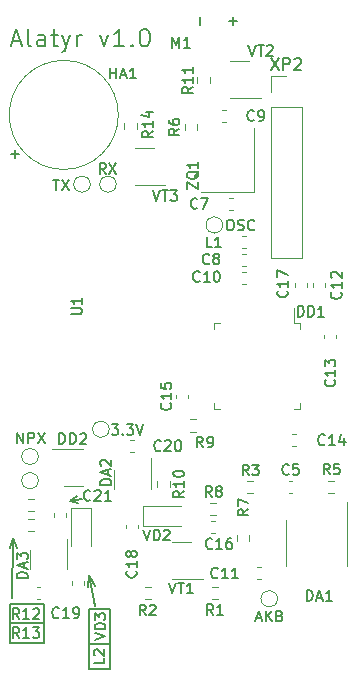
<source format=gto>
%TF.GenerationSoftware,KiCad,Pcbnew,7.0.7*%
%TF.CreationDate,2023-11-27T18:28:25+03:00*%
%TF.ProjectId,Alatyr,416c6174-7972-42e6-9b69-6361645f7063,rev?*%
%TF.SameCoordinates,PX6422c40PY6146580*%
%TF.FileFunction,Legend,Top*%
%TF.FilePolarity,Positive*%
%FSLAX46Y46*%
G04 Gerber Fmt 4.6, Leading zero omitted, Abs format (unit mm)*
G04 Created by KiCad (PCBNEW 7.0.7) date 2023-11-27 18:28:25*
%MOMM*%
%LPD*%
G01*
G04 APERTURE LIST*
%ADD10C,0.150000*%
%ADD11C,0.200000*%
%ADD12C,0.120000*%
G04 APERTURE END LIST*
D10*
X5700000Y9800000D02*
X5200000Y12400000D01*
X-1200000Y15600000D02*
X-900000Y14700000D01*
X-1200000Y15600000D02*
X-1500000Y14700000D01*
X5200000Y12400000D02*
X5700000Y11500000D01*
X5200000Y12400000D02*
X5100000Y11400000D01*
X3600000Y18700000D02*
X4600000Y18900000D01*
X-1200000Y15600000D02*
X-1300000Y10500000D01*
X3600000Y18700000D02*
X4300000Y18500000D01*
X5200000Y6600000D02*
X7000000Y6600000D01*
X-1500000Y8350000D02*
X1400000Y8350000D01*
X4200000Y19100000D02*
X3600000Y18700000D01*
X5200000Y9600000D02*
X7000000Y9600000D01*
X7000000Y4500000D01*
X5200000Y4500000D01*
X5200000Y9600000D01*
X-1500000Y10000000D02*
X1400000Y10000000D01*
X1400000Y6700000D01*
X-1500000Y6700000D01*
X-1500000Y10000000D01*
X19370112Y8775086D02*
X19798684Y8775086D01*
X19284398Y8517943D02*
X19584398Y9417943D01*
X19584398Y9417943D02*
X19884398Y8517943D01*
X20184398Y8517943D02*
X20184398Y9417943D01*
X20698684Y8517943D02*
X20312970Y9032229D01*
X20698684Y9417943D02*
X20184398Y8903658D01*
X21384398Y8989372D02*
X21512970Y8946515D01*
X21512970Y8946515D02*
X21555827Y8903658D01*
X21555827Y8903658D02*
X21598684Y8817943D01*
X21598684Y8817943D02*
X21598684Y8689372D01*
X21598684Y8689372D02*
X21555827Y8603658D01*
X21555827Y8603658D02*
X21512970Y8560800D01*
X21512970Y8560800D02*
X21427255Y8517943D01*
X21427255Y8517943D02*
X21084398Y8517943D01*
X21084398Y8517943D02*
X21084398Y9417943D01*
X21084398Y9417943D02*
X21384398Y9417943D01*
X21384398Y9417943D02*
X21470113Y9375086D01*
X21470113Y9375086D02*
X21512970Y9332229D01*
X21512970Y9332229D02*
X21555827Y9246515D01*
X21555827Y9246515D02*
X21555827Y9160800D01*
X21555827Y9160800D02*
X21512970Y9075086D01*
X21512970Y9075086D02*
X21470113Y9032229D01*
X21470113Y9032229D02*
X21384398Y8989372D01*
X21384398Y8989372D02*
X21084398Y8989372D01*
D11*
X-1282708Y57622543D02*
X-568422Y57622543D01*
X-1425565Y57193972D02*
X-925565Y58693972D01*
X-925565Y58693972D02*
X-425565Y57193972D01*
X288720Y57193972D02*
X145863Y57265400D01*
X145863Y57265400D02*
X74434Y57408258D01*
X74434Y57408258D02*
X74434Y58693972D01*
X1503006Y57193972D02*
X1503006Y57979686D01*
X1503006Y57979686D02*
X1431577Y58122543D01*
X1431577Y58122543D02*
X1288720Y58193972D01*
X1288720Y58193972D02*
X1003006Y58193972D01*
X1003006Y58193972D02*
X860148Y58122543D01*
X1503006Y57265400D02*
X1360148Y57193972D01*
X1360148Y57193972D02*
X1003006Y57193972D01*
X1003006Y57193972D02*
X860148Y57265400D01*
X860148Y57265400D02*
X788720Y57408258D01*
X788720Y57408258D02*
X788720Y57551115D01*
X788720Y57551115D02*
X860148Y57693972D01*
X860148Y57693972D02*
X1003006Y57765400D01*
X1003006Y57765400D02*
X1360148Y57765400D01*
X1360148Y57765400D02*
X1503006Y57836829D01*
X2003006Y58193972D02*
X2574434Y58193972D01*
X2217291Y58693972D02*
X2217291Y57408258D01*
X2217291Y57408258D02*
X2288720Y57265400D01*
X2288720Y57265400D02*
X2431577Y57193972D01*
X2431577Y57193972D02*
X2574434Y57193972D01*
X2931577Y58193972D02*
X3288720Y57193972D01*
X3645863Y58193972D02*
X3288720Y57193972D01*
X3288720Y57193972D02*
X3145863Y56836829D01*
X3145863Y56836829D02*
X3074434Y56765400D01*
X3074434Y56765400D02*
X2931577Y56693972D01*
X4217291Y57193972D02*
X4217291Y58193972D01*
X4217291Y57908258D02*
X4288720Y58051115D01*
X4288720Y58051115D02*
X4360149Y58122543D01*
X4360149Y58122543D02*
X4503006Y58193972D01*
X4503006Y58193972D02*
X4645863Y58193972D01*
X6145862Y58193972D02*
X6503005Y57193972D01*
X6503005Y57193972D02*
X6860148Y58193972D01*
X8217291Y57193972D02*
X7360148Y57193972D01*
X7788719Y57193972D02*
X7788719Y58693972D01*
X7788719Y58693972D02*
X7645862Y58479686D01*
X7645862Y58479686D02*
X7503005Y58336829D01*
X7503005Y58336829D02*
X7360148Y58265400D01*
X8860147Y57336829D02*
X8931576Y57265400D01*
X8931576Y57265400D02*
X8860147Y57193972D01*
X8860147Y57193972D02*
X8788719Y57265400D01*
X8788719Y57265400D02*
X8860147Y57336829D01*
X8860147Y57336829D02*
X8860147Y57193972D01*
X9860148Y58693972D02*
X10003005Y58693972D01*
X10003005Y58693972D02*
X10145862Y58622543D01*
X10145862Y58622543D02*
X10217291Y58551115D01*
X10217291Y58551115D02*
X10288719Y58408258D01*
X10288719Y58408258D02*
X10360148Y58122543D01*
X10360148Y58122543D02*
X10360148Y57765400D01*
X10360148Y57765400D02*
X10288719Y57479686D01*
X10288719Y57479686D02*
X10217291Y57336829D01*
X10217291Y57336829D02*
X10145862Y57265400D01*
X10145862Y57265400D02*
X10003005Y57193972D01*
X10003005Y57193972D02*
X9860148Y57193972D01*
X9860148Y57193972D02*
X9717291Y57265400D01*
X9717291Y57265400D02*
X9645862Y57336829D01*
X9645862Y57336829D02*
X9574433Y57479686D01*
X9574433Y57479686D02*
X9503005Y57765400D01*
X9503005Y57765400D02*
X9503005Y58122543D01*
X9503005Y58122543D02*
X9574433Y58408258D01*
X9574433Y58408258D02*
X9645862Y58551115D01*
X9645862Y58551115D02*
X9717291Y58622543D01*
X9717291Y58622543D02*
X9860148Y58693972D01*
D10*
X6627255Y46417943D02*
X6327255Y46846515D01*
X6112969Y46417943D02*
X6112969Y47317943D01*
X6112969Y47317943D02*
X6455826Y47317943D01*
X6455826Y47317943D02*
X6541541Y47275086D01*
X6541541Y47275086D02*
X6584398Y47232229D01*
X6584398Y47232229D02*
X6627255Y47146515D01*
X6627255Y47146515D02*
X6627255Y47017943D01*
X6627255Y47017943D02*
X6584398Y46932229D01*
X6584398Y46932229D02*
X6541541Y46889372D01*
X6541541Y46889372D02*
X6455826Y46846515D01*
X6455826Y46846515D02*
X6112969Y46846515D01*
X6927255Y47317943D02*
X7527255Y46417943D01*
X7527255Y47317943D02*
X6927255Y46417943D01*
X2184398Y45917943D02*
X2698684Y45917943D01*
X2441541Y45017943D02*
X2441541Y45917943D01*
X2912969Y45917943D02*
X3512969Y45017943D01*
X3512969Y45917943D02*
X2912969Y45017943D01*
X-862031Y23592943D02*
X-862031Y24492943D01*
X-862031Y24492943D02*
X-347745Y23592943D01*
X-347745Y23592943D02*
X-347745Y24492943D01*
X80826Y23592943D02*
X80826Y24492943D01*
X80826Y24492943D02*
X423683Y24492943D01*
X423683Y24492943D02*
X509398Y24450086D01*
X509398Y24450086D02*
X552255Y24407229D01*
X552255Y24407229D02*
X595112Y24321515D01*
X595112Y24321515D02*
X595112Y24192943D01*
X595112Y24192943D02*
X552255Y24107229D01*
X552255Y24107229D02*
X509398Y24064372D01*
X509398Y24064372D02*
X423683Y24021515D01*
X423683Y24021515D02*
X80826Y24021515D01*
X895112Y24492943D02*
X1495112Y23592943D01*
X1495112Y24492943D02*
X895112Y23592943D01*
X7127255Y25217943D02*
X7684398Y25217943D01*
X7684398Y25217943D02*
X7384398Y24875086D01*
X7384398Y24875086D02*
X7512969Y24875086D01*
X7512969Y24875086D02*
X7598684Y24832229D01*
X7598684Y24832229D02*
X7641541Y24789372D01*
X7641541Y24789372D02*
X7684398Y24703658D01*
X7684398Y24703658D02*
X7684398Y24489372D01*
X7684398Y24489372D02*
X7641541Y24403658D01*
X7641541Y24403658D02*
X7598684Y24360800D01*
X7598684Y24360800D02*
X7512969Y24317943D01*
X7512969Y24317943D02*
X7255826Y24317943D01*
X7255826Y24317943D02*
X7170112Y24360800D01*
X7170112Y24360800D02*
X7127255Y24403658D01*
X8070112Y24403658D02*
X8112969Y24360800D01*
X8112969Y24360800D02*
X8070112Y24317943D01*
X8070112Y24317943D02*
X8027255Y24360800D01*
X8027255Y24360800D02*
X8070112Y24403658D01*
X8070112Y24403658D02*
X8070112Y24317943D01*
X8412969Y25217943D02*
X8970112Y25217943D01*
X8970112Y25217943D02*
X8670112Y24875086D01*
X8670112Y24875086D02*
X8798683Y24875086D01*
X8798683Y24875086D02*
X8884398Y24832229D01*
X8884398Y24832229D02*
X8927255Y24789372D01*
X8927255Y24789372D02*
X8970112Y24703658D01*
X8970112Y24703658D02*
X8970112Y24489372D01*
X8970112Y24489372D02*
X8927255Y24403658D01*
X8927255Y24403658D02*
X8884398Y24360800D01*
X8884398Y24360800D02*
X8798683Y24317943D01*
X8798683Y24317943D02*
X8541540Y24317943D01*
X8541540Y24317943D02*
X8455826Y24360800D01*
X8455826Y24360800D02*
X8412969Y24403658D01*
X9227255Y25217943D02*
X9527255Y24317943D01*
X9527255Y24317943D02*
X9827255Y25217943D01*
X17084398Y42517943D02*
X17255826Y42517943D01*
X17255826Y42517943D02*
X17341541Y42475086D01*
X17341541Y42475086D02*
X17427255Y42389372D01*
X17427255Y42389372D02*
X17470112Y42217943D01*
X17470112Y42217943D02*
X17470112Y41917943D01*
X17470112Y41917943D02*
X17427255Y41746515D01*
X17427255Y41746515D02*
X17341541Y41660800D01*
X17341541Y41660800D02*
X17255826Y41617943D01*
X17255826Y41617943D02*
X17084398Y41617943D01*
X17084398Y41617943D02*
X16998684Y41660800D01*
X16998684Y41660800D02*
X16912969Y41746515D01*
X16912969Y41746515D02*
X16870112Y41917943D01*
X16870112Y41917943D02*
X16870112Y42217943D01*
X16870112Y42217943D02*
X16912969Y42389372D01*
X16912969Y42389372D02*
X16998684Y42475086D01*
X16998684Y42475086D02*
X17084398Y42517943D01*
X17812969Y41660800D02*
X17941541Y41617943D01*
X17941541Y41617943D02*
X18155826Y41617943D01*
X18155826Y41617943D02*
X18241541Y41660800D01*
X18241541Y41660800D02*
X18284398Y41703658D01*
X18284398Y41703658D02*
X18327255Y41789372D01*
X18327255Y41789372D02*
X18327255Y41875086D01*
X18327255Y41875086D02*
X18284398Y41960800D01*
X18284398Y41960800D02*
X18241541Y42003658D01*
X18241541Y42003658D02*
X18155826Y42046515D01*
X18155826Y42046515D02*
X17984398Y42089372D01*
X17984398Y42089372D02*
X17898683Y42132229D01*
X17898683Y42132229D02*
X17855826Y42175086D01*
X17855826Y42175086D02*
X17812969Y42260800D01*
X17812969Y42260800D02*
X17812969Y42346515D01*
X17812969Y42346515D02*
X17855826Y42432229D01*
X17855826Y42432229D02*
X17898683Y42475086D01*
X17898683Y42475086D02*
X17984398Y42517943D01*
X17984398Y42517943D02*
X18198683Y42517943D01*
X18198683Y42517943D02*
X18327255Y42475086D01*
X19227255Y41703658D02*
X19184398Y41660800D01*
X19184398Y41660800D02*
X19055826Y41617943D01*
X19055826Y41617943D02*
X18970112Y41617943D01*
X18970112Y41617943D02*
X18841541Y41660800D01*
X18841541Y41660800D02*
X18755826Y41746515D01*
X18755826Y41746515D02*
X18712969Y41832229D01*
X18712969Y41832229D02*
X18670112Y42003658D01*
X18670112Y42003658D02*
X18670112Y42132229D01*
X18670112Y42132229D02*
X18712969Y42303658D01*
X18712969Y42303658D02*
X18755826Y42389372D01*
X18755826Y42389372D02*
X18841541Y42475086D01*
X18841541Y42475086D02*
X18970112Y42517943D01*
X18970112Y42517943D02*
X19055826Y42517943D01*
X19055826Y42517943D02*
X19184398Y42475086D01*
X19184398Y42475086D02*
X19227255Y42432229D01*
X6503557Y5400001D02*
X6503557Y4971429D01*
X6503557Y4971429D02*
X5603557Y4971429D01*
X5689271Y5657143D02*
X5646414Y5700000D01*
X5646414Y5700000D02*
X5603557Y5785714D01*
X5603557Y5785714D02*
X5603557Y6000000D01*
X5603557Y6000000D02*
X5646414Y6085714D01*
X5646414Y6085714D02*
X5689271Y6128572D01*
X5689271Y6128572D02*
X5774985Y6171429D01*
X5774985Y6171429D02*
X5860700Y6171429D01*
X5860700Y6171429D02*
X5989271Y6128572D01*
X5989271Y6128572D02*
X6503557Y5614286D01*
X6503557Y5614286D02*
X6503557Y6171429D01*
X21950342Y36496429D02*
X21993200Y36453572D01*
X21993200Y36453572D02*
X22036057Y36325000D01*
X22036057Y36325000D02*
X22036057Y36239286D01*
X22036057Y36239286D02*
X21993200Y36110715D01*
X21993200Y36110715D02*
X21907485Y36025000D01*
X21907485Y36025000D02*
X21821771Y35982143D01*
X21821771Y35982143D02*
X21650342Y35939286D01*
X21650342Y35939286D02*
X21521771Y35939286D01*
X21521771Y35939286D02*
X21350342Y35982143D01*
X21350342Y35982143D02*
X21264628Y36025000D01*
X21264628Y36025000D02*
X21178914Y36110715D01*
X21178914Y36110715D02*
X21136057Y36239286D01*
X21136057Y36239286D02*
X21136057Y36325000D01*
X21136057Y36325000D02*
X21178914Y36453572D01*
X21178914Y36453572D02*
X21221771Y36496429D01*
X22036057Y37353572D02*
X22036057Y36839286D01*
X22036057Y37096429D02*
X21136057Y37096429D01*
X21136057Y37096429D02*
X21264628Y37010715D01*
X21264628Y37010715D02*
X21350342Y36925000D01*
X21350342Y36925000D02*
X21393200Y36839286D01*
X21136057Y37653572D02*
X21136057Y38253572D01*
X21136057Y38253572D02*
X22036057Y37867858D01*
X15606432Y19047875D02*
X15306432Y19476447D01*
X15092146Y19047875D02*
X15092146Y19947875D01*
X15092146Y19947875D02*
X15435003Y19947875D01*
X15435003Y19947875D02*
X15520718Y19905018D01*
X15520718Y19905018D02*
X15563575Y19862161D01*
X15563575Y19862161D02*
X15606432Y19776447D01*
X15606432Y19776447D02*
X15606432Y19647875D01*
X15606432Y19647875D02*
X15563575Y19562161D01*
X15563575Y19562161D02*
X15520718Y19519304D01*
X15520718Y19519304D02*
X15435003Y19476447D01*
X15435003Y19476447D02*
X15092146Y19476447D01*
X16120718Y19562161D02*
X16035003Y19605018D01*
X16035003Y19605018D02*
X15992146Y19647875D01*
X15992146Y19647875D02*
X15949289Y19733590D01*
X15949289Y19733590D02*
X15949289Y19776447D01*
X15949289Y19776447D02*
X15992146Y19862161D01*
X15992146Y19862161D02*
X16035003Y19905018D01*
X16035003Y19905018D02*
X16120718Y19947875D01*
X16120718Y19947875D02*
X16292146Y19947875D01*
X16292146Y19947875D02*
X16377861Y19905018D01*
X16377861Y19905018D02*
X16420718Y19862161D01*
X16420718Y19862161D02*
X16463575Y19776447D01*
X16463575Y19776447D02*
X16463575Y19733590D01*
X16463575Y19733590D02*
X16420718Y19647875D01*
X16420718Y19647875D02*
X16377861Y19605018D01*
X16377861Y19605018D02*
X16292146Y19562161D01*
X16292146Y19562161D02*
X16120718Y19562161D01*
X16120718Y19562161D02*
X16035003Y19519304D01*
X16035003Y19519304D02*
X15992146Y19476447D01*
X15992146Y19476447D02*
X15949289Y19390732D01*
X15949289Y19390732D02*
X15949289Y19219304D01*
X15949289Y19219304D02*
X15992146Y19133590D01*
X15992146Y19133590D02*
X16035003Y19090732D01*
X16035003Y19090732D02*
X16120718Y19047875D01*
X16120718Y19047875D02*
X16292146Y19047875D01*
X16292146Y19047875D02*
X16377861Y19090732D01*
X16377861Y19090732D02*
X16420718Y19133590D01*
X16420718Y19133590D02*
X16463575Y19219304D01*
X16463575Y19219304D02*
X16463575Y19390732D01*
X16463575Y19390732D02*
X16420718Y19476447D01*
X16420718Y19476447D02*
X16377861Y19519304D01*
X16377861Y19519304D02*
X16292146Y19562161D01*
X15605000Y40186443D02*
X15176428Y40186443D01*
X15176428Y40186443D02*
X15176428Y41086443D01*
X16376428Y40186443D02*
X15862142Y40186443D01*
X16119285Y40186443D02*
X16119285Y41086443D01*
X16119285Y41086443D02*
X16033571Y40957872D01*
X16033571Y40957872D02*
X15947856Y40872158D01*
X15947856Y40872158D02*
X15862142Y40829300D01*
X11296428Y23022158D02*
X11253571Y22979300D01*
X11253571Y22979300D02*
X11124999Y22936443D01*
X11124999Y22936443D02*
X11039285Y22936443D01*
X11039285Y22936443D02*
X10910714Y22979300D01*
X10910714Y22979300D02*
X10824999Y23065015D01*
X10824999Y23065015D02*
X10782142Y23150729D01*
X10782142Y23150729D02*
X10739285Y23322158D01*
X10739285Y23322158D02*
X10739285Y23450729D01*
X10739285Y23450729D02*
X10782142Y23622158D01*
X10782142Y23622158D02*
X10824999Y23707872D01*
X10824999Y23707872D02*
X10910714Y23793586D01*
X10910714Y23793586D02*
X11039285Y23836443D01*
X11039285Y23836443D02*
X11124999Y23836443D01*
X11124999Y23836443D02*
X11253571Y23793586D01*
X11253571Y23793586D02*
X11296428Y23750729D01*
X11639285Y23750729D02*
X11682142Y23793586D01*
X11682142Y23793586D02*
X11767857Y23836443D01*
X11767857Y23836443D02*
X11982142Y23836443D01*
X11982142Y23836443D02*
X12067857Y23793586D01*
X12067857Y23793586D02*
X12110714Y23750729D01*
X12110714Y23750729D02*
X12153571Y23665015D01*
X12153571Y23665015D02*
X12153571Y23579300D01*
X12153571Y23579300D02*
X12110714Y23450729D01*
X12110714Y23450729D02*
X11596428Y22936443D01*
X11596428Y22936443D02*
X12153571Y22936443D01*
X12710714Y23836443D02*
X12796428Y23836443D01*
X12796428Y23836443D02*
X12882142Y23793586D01*
X12882142Y23793586D02*
X12925000Y23750729D01*
X12925000Y23750729D02*
X12967857Y23665015D01*
X12967857Y23665015D02*
X13010714Y23493586D01*
X13010714Y23493586D02*
X13010714Y23279300D01*
X13010714Y23279300D02*
X12967857Y23107872D01*
X12967857Y23107872D02*
X12925000Y23022158D01*
X12925000Y23022158D02*
X12882142Y22979300D01*
X12882142Y22979300D02*
X12796428Y22936443D01*
X12796428Y22936443D02*
X12710714Y22936443D01*
X12710714Y22936443D02*
X12625000Y22979300D01*
X12625000Y22979300D02*
X12582142Y23022158D01*
X12582142Y23022158D02*
X12539285Y23107872D01*
X12539285Y23107872D02*
X12496428Y23279300D01*
X12496428Y23279300D02*
X12496428Y23493586D01*
X12496428Y23493586D02*
X12539285Y23665015D01*
X12539285Y23665015D02*
X12582142Y23750729D01*
X12582142Y23750729D02*
X12625000Y23793586D01*
X12625000Y23793586D02*
X12710714Y23836443D01*
X13557Y12175000D02*
X-886443Y12175000D01*
X-886443Y12175000D02*
X-886443Y12389286D01*
X-886443Y12389286D02*
X-843586Y12517857D01*
X-843586Y12517857D02*
X-757872Y12603572D01*
X-757872Y12603572D02*
X-672158Y12646429D01*
X-672158Y12646429D02*
X-500729Y12689286D01*
X-500729Y12689286D02*
X-372158Y12689286D01*
X-372158Y12689286D02*
X-200729Y12646429D01*
X-200729Y12646429D02*
X-115015Y12603572D01*
X-115015Y12603572D02*
X-29300Y12517857D01*
X-29300Y12517857D02*
X13557Y12389286D01*
X13557Y12389286D02*
X13557Y12175000D01*
X-243586Y13032143D02*
X-243586Y13460714D01*
X13557Y12946429D02*
X-886443Y13246429D01*
X-886443Y13246429D02*
X13557Y13546429D01*
X-886443Y13760715D02*
X-886443Y14317858D01*
X-886443Y14317858D02*
X-543586Y14017858D01*
X-543586Y14017858D02*
X-543586Y14146429D01*
X-543586Y14146429D02*
X-500729Y14232143D01*
X-500729Y14232143D02*
X-457872Y14275001D01*
X-457872Y14275001D02*
X-372158Y14317858D01*
X-372158Y14317858D02*
X-157872Y14317858D01*
X-157872Y14317858D02*
X-72158Y14275001D01*
X-72158Y14275001D02*
X-29300Y14232143D01*
X-29300Y14232143D02*
X13557Y14146429D01*
X13557Y14146429D02*
X13557Y13889286D01*
X13557Y13889286D02*
X-29300Y13803572D01*
X-29300Y13803572D02*
X-72158Y13760715D01*
X7009294Y54486443D02*
X7009294Y55386443D01*
X7009294Y54957872D02*
X7523580Y54957872D01*
X7523580Y54486443D02*
X7523580Y55386443D01*
X7909294Y54743586D02*
X8337866Y54743586D01*
X7823580Y54486443D02*
X8123580Y55386443D01*
X8123580Y55386443D02*
X8423580Y54486443D01*
X9195009Y54486443D02*
X8680723Y54486443D01*
X8937866Y54486443D02*
X8937866Y55386443D01*
X8937866Y55386443D02*
X8852152Y55257872D01*
X8852152Y55257872D02*
X8766437Y55172158D01*
X8766437Y55172158D02*
X8680723Y55129300D01*
X-1033577Y47752143D02*
X-1033577Y48437857D01*
X-690720Y48095000D02*
X-1376435Y48095000D01*
X-693572Y8708943D02*
X-993572Y9137515D01*
X-1207858Y8708943D02*
X-1207858Y9608943D01*
X-1207858Y9608943D02*
X-865001Y9608943D01*
X-865001Y9608943D02*
X-779286Y9566086D01*
X-779286Y9566086D02*
X-736429Y9523229D01*
X-736429Y9523229D02*
X-693572Y9437515D01*
X-693572Y9437515D02*
X-693572Y9308943D01*
X-693572Y9308943D02*
X-736429Y9223229D01*
X-736429Y9223229D02*
X-779286Y9180372D01*
X-779286Y9180372D02*
X-865001Y9137515D01*
X-865001Y9137515D02*
X-1207858Y9137515D01*
X163571Y8708943D02*
X-350715Y8708943D01*
X-93572Y8708943D02*
X-93572Y9608943D01*
X-93572Y9608943D02*
X-179286Y9480372D01*
X-179286Y9480372D02*
X-265001Y9394658D01*
X-265001Y9394658D02*
X-350715Y9351800D01*
X506428Y9523229D02*
X549285Y9566086D01*
X549285Y9566086D02*
X635000Y9608943D01*
X635000Y9608943D02*
X849285Y9608943D01*
X849285Y9608943D02*
X935000Y9566086D01*
X935000Y9566086D02*
X977857Y9523229D01*
X977857Y9523229D02*
X1020714Y9437515D01*
X1020714Y9437515D02*
X1020714Y9351800D01*
X1020714Y9351800D02*
X977857Y9223229D01*
X977857Y9223229D02*
X463571Y8708943D01*
X463571Y8708943D02*
X1020714Y8708943D01*
X11981423Y11783943D02*
X12281423Y10883943D01*
X12281423Y10883943D02*
X12581423Y11783943D01*
X12752852Y11783943D02*
X13267138Y11783943D01*
X13009995Y10883943D02*
X13009995Y11783943D01*
X14038566Y10883943D02*
X13524280Y10883943D01*
X13781423Y10883943D02*
X13781423Y11783943D01*
X13781423Y11783943D02*
X13695709Y11655372D01*
X13695709Y11655372D02*
X13609994Y11569658D01*
X13609994Y11569658D02*
X13524280Y11526800D01*
X12246428Y57091543D02*
X12246428Y57991543D01*
X12246428Y57991543D02*
X12546428Y57348686D01*
X12546428Y57348686D02*
X12846428Y57991543D01*
X12846428Y57991543D02*
X12846428Y57091543D01*
X13746428Y57091543D02*
X13232142Y57091543D01*
X13489285Y57091543D02*
X13489285Y57991543D01*
X13489285Y57991543D02*
X13403571Y57862972D01*
X13403571Y57862972D02*
X13317856Y57777258D01*
X13317856Y57777258D02*
X13232142Y57734400D01*
X17385800Y59687131D02*
X17385800Y59001416D01*
X17042942Y59344274D02*
X17728657Y59344274D01*
X14635800Y59687131D02*
X14635800Y59001416D01*
X15405000Y38832158D02*
X15362143Y38789300D01*
X15362143Y38789300D02*
X15233571Y38746443D01*
X15233571Y38746443D02*
X15147857Y38746443D01*
X15147857Y38746443D02*
X15019286Y38789300D01*
X15019286Y38789300D02*
X14933571Y38875015D01*
X14933571Y38875015D02*
X14890714Y38960729D01*
X14890714Y38960729D02*
X14847857Y39132158D01*
X14847857Y39132158D02*
X14847857Y39260729D01*
X14847857Y39260729D02*
X14890714Y39432158D01*
X14890714Y39432158D02*
X14933571Y39517872D01*
X14933571Y39517872D02*
X15019286Y39603586D01*
X15019286Y39603586D02*
X15147857Y39646443D01*
X15147857Y39646443D02*
X15233571Y39646443D01*
X15233571Y39646443D02*
X15362143Y39603586D01*
X15362143Y39603586D02*
X15405000Y39560729D01*
X15919286Y39260729D02*
X15833571Y39303586D01*
X15833571Y39303586D02*
X15790714Y39346443D01*
X15790714Y39346443D02*
X15747857Y39432158D01*
X15747857Y39432158D02*
X15747857Y39475015D01*
X15747857Y39475015D02*
X15790714Y39560729D01*
X15790714Y39560729D02*
X15833571Y39603586D01*
X15833571Y39603586D02*
X15919286Y39646443D01*
X15919286Y39646443D02*
X16090714Y39646443D01*
X16090714Y39646443D02*
X16176429Y39603586D01*
X16176429Y39603586D02*
X16219286Y39560729D01*
X16219286Y39560729D02*
X16262143Y39475015D01*
X16262143Y39475015D02*
X16262143Y39432158D01*
X16262143Y39432158D02*
X16219286Y39346443D01*
X16219286Y39346443D02*
X16176429Y39303586D01*
X16176429Y39303586D02*
X16090714Y39260729D01*
X16090714Y39260729D02*
X15919286Y39260729D01*
X15919286Y39260729D02*
X15833571Y39217872D01*
X15833571Y39217872D02*
X15790714Y39175015D01*
X15790714Y39175015D02*
X15747857Y39089300D01*
X15747857Y39089300D02*
X15747857Y38917872D01*
X15747857Y38917872D02*
X15790714Y38832158D01*
X15790714Y38832158D02*
X15833571Y38789300D01*
X15833571Y38789300D02*
X15919286Y38746443D01*
X15919286Y38746443D02*
X16090714Y38746443D01*
X16090714Y38746443D02*
X16176429Y38789300D01*
X16176429Y38789300D02*
X16219286Y38832158D01*
X16219286Y38832158D02*
X16262143Y38917872D01*
X16262143Y38917872D02*
X16262143Y39089300D01*
X16262143Y39089300D02*
X16219286Y39175015D01*
X16219286Y39175015D02*
X16176429Y39217872D01*
X16176429Y39217872D02*
X16090714Y39260729D01*
X10025000Y9026443D02*
X9725000Y9455015D01*
X9510714Y9026443D02*
X9510714Y9926443D01*
X9510714Y9926443D02*
X9853571Y9926443D01*
X9853571Y9926443D02*
X9939286Y9883586D01*
X9939286Y9883586D02*
X9982143Y9840729D01*
X9982143Y9840729D02*
X10025000Y9755015D01*
X10025000Y9755015D02*
X10025000Y9626443D01*
X10025000Y9626443D02*
X9982143Y9540729D01*
X9982143Y9540729D02*
X9939286Y9497872D01*
X9939286Y9497872D02*
X9853571Y9455015D01*
X9853571Y9455015D02*
X9510714Y9455015D01*
X10367857Y9840729D02*
X10410714Y9883586D01*
X10410714Y9883586D02*
X10496429Y9926443D01*
X10496429Y9926443D02*
X10710714Y9926443D01*
X10710714Y9926443D02*
X10796429Y9883586D01*
X10796429Y9883586D02*
X10839286Y9840729D01*
X10839286Y9840729D02*
X10882143Y9755015D01*
X10882143Y9755015D02*
X10882143Y9669300D01*
X10882143Y9669300D02*
X10839286Y9540729D01*
X10839286Y9540729D02*
X10325000Y9026443D01*
X10325000Y9026443D02*
X10882143Y9026443D01*
X2710984Y23541443D02*
X2710984Y24441443D01*
X2710984Y24441443D02*
X2925270Y24441443D01*
X2925270Y24441443D02*
X3053841Y24398586D01*
X3053841Y24398586D02*
X3139556Y24312872D01*
X3139556Y24312872D02*
X3182413Y24227158D01*
X3182413Y24227158D02*
X3225270Y24055729D01*
X3225270Y24055729D02*
X3225270Y23927158D01*
X3225270Y23927158D02*
X3182413Y23755729D01*
X3182413Y23755729D02*
X3139556Y23670015D01*
X3139556Y23670015D02*
X3053841Y23584300D01*
X3053841Y23584300D02*
X2925270Y23541443D01*
X2925270Y23541443D02*
X2710984Y23541443D01*
X3610984Y23541443D02*
X3610984Y24441443D01*
X3610984Y24441443D02*
X3825270Y24441443D01*
X3825270Y24441443D02*
X3953841Y24398586D01*
X3953841Y24398586D02*
X4039556Y24312872D01*
X4039556Y24312872D02*
X4082413Y24227158D01*
X4082413Y24227158D02*
X4125270Y24055729D01*
X4125270Y24055729D02*
X4125270Y23927158D01*
X4125270Y23927158D02*
X4082413Y23755729D01*
X4082413Y23755729D02*
X4039556Y23670015D01*
X4039556Y23670015D02*
X3953841Y23584300D01*
X3953841Y23584300D02*
X3825270Y23541443D01*
X3825270Y23541443D02*
X3610984Y23541443D01*
X4468127Y24355729D02*
X4510984Y24398586D01*
X4510984Y24398586D02*
X4596699Y24441443D01*
X4596699Y24441443D02*
X4810984Y24441443D01*
X4810984Y24441443D02*
X4896699Y24398586D01*
X4896699Y24398586D02*
X4939556Y24355729D01*
X4939556Y24355729D02*
X4982413Y24270015D01*
X4982413Y24270015D02*
X4982413Y24184300D01*
X4982413Y24184300D02*
X4939556Y24055729D01*
X4939556Y24055729D02*
X4425270Y23541443D01*
X4425270Y23541443D02*
X4982413Y23541443D01*
X22880714Y34316443D02*
X22880714Y35216443D01*
X22880714Y35216443D02*
X23095000Y35216443D01*
X23095000Y35216443D02*
X23223571Y35173586D01*
X23223571Y35173586D02*
X23309286Y35087872D01*
X23309286Y35087872D02*
X23352143Y35002158D01*
X23352143Y35002158D02*
X23395000Y34830729D01*
X23395000Y34830729D02*
X23395000Y34702158D01*
X23395000Y34702158D02*
X23352143Y34530729D01*
X23352143Y34530729D02*
X23309286Y34445015D01*
X23309286Y34445015D02*
X23223571Y34359300D01*
X23223571Y34359300D02*
X23095000Y34316443D01*
X23095000Y34316443D02*
X22880714Y34316443D01*
X23780714Y34316443D02*
X23780714Y35216443D01*
X23780714Y35216443D02*
X23995000Y35216443D01*
X23995000Y35216443D02*
X24123571Y35173586D01*
X24123571Y35173586D02*
X24209286Y35087872D01*
X24209286Y35087872D02*
X24252143Y35002158D01*
X24252143Y35002158D02*
X24295000Y34830729D01*
X24295000Y34830729D02*
X24295000Y34702158D01*
X24295000Y34702158D02*
X24252143Y34530729D01*
X24252143Y34530729D02*
X24209286Y34445015D01*
X24209286Y34445015D02*
X24123571Y34359300D01*
X24123571Y34359300D02*
X23995000Y34316443D01*
X23995000Y34316443D02*
X23780714Y34316443D01*
X25152143Y34316443D02*
X24637857Y34316443D01*
X24895000Y34316443D02*
X24895000Y35216443D01*
X24895000Y35216443D02*
X24809286Y35087872D01*
X24809286Y35087872D02*
X24723571Y35002158D01*
X24723571Y35002158D02*
X24637857Y34959300D01*
X25977842Y28958929D02*
X26020700Y28916072D01*
X26020700Y28916072D02*
X26063557Y28787500D01*
X26063557Y28787500D02*
X26063557Y28701786D01*
X26063557Y28701786D02*
X26020700Y28573215D01*
X26020700Y28573215D02*
X25934985Y28487500D01*
X25934985Y28487500D02*
X25849271Y28444643D01*
X25849271Y28444643D02*
X25677842Y28401786D01*
X25677842Y28401786D02*
X25549271Y28401786D01*
X25549271Y28401786D02*
X25377842Y28444643D01*
X25377842Y28444643D02*
X25292128Y28487500D01*
X25292128Y28487500D02*
X25206414Y28573215D01*
X25206414Y28573215D02*
X25163557Y28701786D01*
X25163557Y28701786D02*
X25163557Y28787500D01*
X25163557Y28787500D02*
X25206414Y28916072D01*
X25206414Y28916072D02*
X25249271Y28958929D01*
X26063557Y29816072D02*
X26063557Y29301786D01*
X26063557Y29558929D02*
X25163557Y29558929D01*
X25163557Y29558929D02*
X25292128Y29473215D01*
X25292128Y29473215D02*
X25377842Y29387500D01*
X25377842Y29387500D02*
X25420700Y29301786D01*
X25163557Y30116072D02*
X25163557Y30673215D01*
X25163557Y30673215D02*
X25506414Y30373215D01*
X25506414Y30373215D02*
X25506414Y30501786D01*
X25506414Y30501786D02*
X25549271Y30587500D01*
X25549271Y30587500D02*
X25592128Y30630358D01*
X25592128Y30630358D02*
X25677842Y30673215D01*
X25677842Y30673215D02*
X25892128Y30673215D01*
X25892128Y30673215D02*
X25977842Y30630358D01*
X25977842Y30630358D02*
X26020700Y30587500D01*
X26020700Y30587500D02*
X26063557Y30501786D01*
X26063557Y30501786D02*
X26063557Y30244643D01*
X26063557Y30244643D02*
X26020700Y30158929D01*
X26020700Y30158929D02*
X25977842Y30116072D01*
X7083557Y20062500D02*
X6183557Y20062500D01*
X6183557Y20062500D02*
X6183557Y20276786D01*
X6183557Y20276786D02*
X6226414Y20405357D01*
X6226414Y20405357D02*
X6312128Y20491072D01*
X6312128Y20491072D02*
X6397842Y20533929D01*
X6397842Y20533929D02*
X6569271Y20576786D01*
X6569271Y20576786D02*
X6697842Y20576786D01*
X6697842Y20576786D02*
X6869271Y20533929D01*
X6869271Y20533929D02*
X6954985Y20491072D01*
X6954985Y20491072D02*
X7040700Y20405357D01*
X7040700Y20405357D02*
X7083557Y20276786D01*
X7083557Y20276786D02*
X7083557Y20062500D01*
X6826414Y20919643D02*
X6826414Y21348214D01*
X7083557Y20833929D02*
X6183557Y21133929D01*
X6183557Y21133929D02*
X7083557Y21433929D01*
X6269271Y21691072D02*
X6226414Y21733929D01*
X6226414Y21733929D02*
X6183557Y21819643D01*
X6183557Y21819643D02*
X6183557Y22033929D01*
X6183557Y22033929D02*
X6226414Y22119643D01*
X6226414Y22119643D02*
X6269271Y22162501D01*
X6269271Y22162501D02*
X6354985Y22205358D01*
X6354985Y22205358D02*
X6440700Y22205358D01*
X6440700Y22205358D02*
X6569271Y22162501D01*
X6569271Y22162501D02*
X7083557Y21648215D01*
X7083557Y21648215D02*
X7083557Y22205358D01*
X19185000Y50982158D02*
X19142143Y50939300D01*
X19142143Y50939300D02*
X19013571Y50896443D01*
X19013571Y50896443D02*
X18927857Y50896443D01*
X18927857Y50896443D02*
X18799286Y50939300D01*
X18799286Y50939300D02*
X18713571Y51025015D01*
X18713571Y51025015D02*
X18670714Y51110729D01*
X18670714Y51110729D02*
X18627857Y51282158D01*
X18627857Y51282158D02*
X18627857Y51410729D01*
X18627857Y51410729D02*
X18670714Y51582158D01*
X18670714Y51582158D02*
X18713571Y51667872D01*
X18713571Y51667872D02*
X18799286Y51753586D01*
X18799286Y51753586D02*
X18927857Y51796443D01*
X18927857Y51796443D02*
X19013571Y51796443D01*
X19013571Y51796443D02*
X19142143Y51753586D01*
X19142143Y51753586D02*
X19185000Y51710729D01*
X19613571Y50896443D02*
X19785000Y50896443D01*
X19785000Y50896443D02*
X19870714Y50939300D01*
X19870714Y50939300D02*
X19913571Y50982158D01*
X19913571Y50982158D02*
X19999286Y51110729D01*
X19999286Y51110729D02*
X20042143Y51282158D01*
X20042143Y51282158D02*
X20042143Y51625015D01*
X20042143Y51625015D02*
X19999286Y51710729D01*
X19999286Y51710729D02*
X19956429Y51753586D01*
X19956429Y51753586D02*
X19870714Y51796443D01*
X19870714Y51796443D02*
X19699286Y51796443D01*
X19699286Y51796443D02*
X19613571Y51753586D01*
X19613571Y51753586D02*
X19570714Y51710729D01*
X19570714Y51710729D02*
X19527857Y51625015D01*
X19527857Y51625015D02*
X19527857Y51410729D01*
X19527857Y51410729D02*
X19570714Y51325015D01*
X19570714Y51325015D02*
X19613571Y51282158D01*
X19613571Y51282158D02*
X19699286Y51239300D01*
X19699286Y51239300D02*
X19870714Y51239300D01*
X19870714Y51239300D02*
X19956429Y51282158D01*
X19956429Y51282158D02*
X19999286Y51325015D01*
X19999286Y51325015D02*
X20042143Y51410729D01*
X13513557Y45085001D02*
X13513557Y45685001D01*
X13513557Y45685001D02*
X14413557Y45085001D01*
X14413557Y45085001D02*
X14413557Y45685001D01*
X14499271Y46627858D02*
X14456414Y46542144D01*
X14456414Y46542144D02*
X14370700Y46456430D01*
X14370700Y46456430D02*
X14242128Y46327858D01*
X14242128Y46327858D02*
X14199271Y46242144D01*
X14199271Y46242144D02*
X14199271Y46156430D01*
X14413557Y46199287D02*
X14370700Y46113572D01*
X14370700Y46113572D02*
X14284985Y46027858D01*
X14284985Y46027858D02*
X14113557Y45985001D01*
X14113557Y45985001D02*
X13813557Y45985001D01*
X13813557Y45985001D02*
X13642128Y46027858D01*
X13642128Y46027858D02*
X13556414Y46113572D01*
X13556414Y46113572D02*
X13513557Y46199287D01*
X13513557Y46199287D02*
X13513557Y46370715D01*
X13513557Y46370715D02*
X13556414Y46456430D01*
X13556414Y46456430D02*
X13642128Y46542144D01*
X13642128Y46542144D02*
X13813557Y46585001D01*
X13813557Y46585001D02*
X14113557Y46585001D01*
X14113557Y46585001D02*
X14284985Y46542144D01*
X14284985Y46542144D02*
X14370700Y46456430D01*
X14370700Y46456430D02*
X14413557Y46370715D01*
X14413557Y46370715D02*
X14413557Y46199287D01*
X14413557Y47442144D02*
X14413557Y46927858D01*
X14413557Y47185001D02*
X13513557Y47185001D01*
X13513557Y47185001D02*
X13642128Y47099287D01*
X13642128Y47099287D02*
X13727842Y47013572D01*
X13727842Y47013572D02*
X13770700Y46927858D01*
X9796698Y16266443D02*
X10096698Y15366443D01*
X10096698Y15366443D02*
X10396698Y16266443D01*
X10696698Y15366443D02*
X10696698Y16266443D01*
X10696698Y16266443D02*
X10910984Y16266443D01*
X10910984Y16266443D02*
X11039555Y16223586D01*
X11039555Y16223586D02*
X11125270Y16137872D01*
X11125270Y16137872D02*
X11168127Y16052158D01*
X11168127Y16052158D02*
X11210984Y15880729D01*
X11210984Y15880729D02*
X11210984Y15752158D01*
X11210984Y15752158D02*
X11168127Y15580729D01*
X11168127Y15580729D02*
X11125270Y15495015D01*
X11125270Y15495015D02*
X11039555Y15409300D01*
X11039555Y15409300D02*
X10910984Y15366443D01*
X10910984Y15366443D02*
X10696698Y15366443D01*
X11553841Y16180729D02*
X11596698Y16223586D01*
X11596698Y16223586D02*
X11682413Y16266443D01*
X11682413Y16266443D02*
X11896698Y16266443D01*
X11896698Y16266443D02*
X11982413Y16223586D01*
X11982413Y16223586D02*
X12025270Y16180729D01*
X12025270Y16180729D02*
X12068127Y16095015D01*
X12068127Y16095015D02*
X12068127Y16009300D01*
X12068127Y16009300D02*
X12025270Y15880729D01*
X12025270Y15880729D02*
X11510984Y15366443D01*
X11510984Y15366443D02*
X12068127Y15366443D01*
X9167842Y12783929D02*
X9210700Y12741072D01*
X9210700Y12741072D02*
X9253557Y12612500D01*
X9253557Y12612500D02*
X9253557Y12526786D01*
X9253557Y12526786D02*
X9210700Y12398215D01*
X9210700Y12398215D02*
X9124985Y12312500D01*
X9124985Y12312500D02*
X9039271Y12269643D01*
X9039271Y12269643D02*
X8867842Y12226786D01*
X8867842Y12226786D02*
X8739271Y12226786D01*
X8739271Y12226786D02*
X8567842Y12269643D01*
X8567842Y12269643D02*
X8482128Y12312500D01*
X8482128Y12312500D02*
X8396414Y12398215D01*
X8396414Y12398215D02*
X8353557Y12526786D01*
X8353557Y12526786D02*
X8353557Y12612500D01*
X8353557Y12612500D02*
X8396414Y12741072D01*
X8396414Y12741072D02*
X8439271Y12783929D01*
X9253557Y13641072D02*
X9253557Y13126786D01*
X9253557Y13383929D02*
X8353557Y13383929D01*
X8353557Y13383929D02*
X8482128Y13298215D01*
X8482128Y13298215D02*
X8567842Y13212500D01*
X8567842Y13212500D02*
X8610700Y13126786D01*
X8739271Y14155358D02*
X8696414Y14069643D01*
X8696414Y14069643D02*
X8653557Y14026786D01*
X8653557Y14026786D02*
X8567842Y13983929D01*
X8567842Y13983929D02*
X8524985Y13983929D01*
X8524985Y13983929D02*
X8439271Y14026786D01*
X8439271Y14026786D02*
X8396414Y14069643D01*
X8396414Y14069643D02*
X8353557Y14155358D01*
X8353557Y14155358D02*
X8353557Y14326786D01*
X8353557Y14326786D02*
X8396414Y14412500D01*
X8396414Y14412500D02*
X8439271Y14455358D01*
X8439271Y14455358D02*
X8524985Y14498215D01*
X8524985Y14498215D02*
X8567842Y14498215D01*
X8567842Y14498215D02*
X8653557Y14455358D01*
X8653557Y14455358D02*
X8696414Y14412500D01*
X8696414Y14412500D02*
X8739271Y14326786D01*
X8739271Y14326786D02*
X8739271Y14155358D01*
X8739271Y14155358D02*
X8782128Y14069643D01*
X8782128Y14069643D02*
X8824985Y14026786D01*
X8824985Y14026786D02*
X8910700Y13983929D01*
X8910700Y13983929D02*
X9082128Y13983929D01*
X9082128Y13983929D02*
X9167842Y14026786D01*
X9167842Y14026786D02*
X9210700Y14069643D01*
X9210700Y14069643D02*
X9253557Y14155358D01*
X9253557Y14155358D02*
X9253557Y14326786D01*
X9253557Y14326786D02*
X9210700Y14412500D01*
X9210700Y14412500D02*
X9167842Y14455358D01*
X9167842Y14455358D02*
X9082128Y14498215D01*
X9082128Y14498215D02*
X8910700Y14498215D01*
X8910700Y14498215D02*
X8824985Y14455358D01*
X8824985Y14455358D02*
X8782128Y14412500D01*
X8782128Y14412500D02*
X8739271Y14326786D01*
X20615476Y56200181D02*
X21282142Y55200181D01*
X21282142Y56200181D02*
X20615476Y55200181D01*
X21663095Y55200181D02*
X21663095Y56200181D01*
X21663095Y56200181D02*
X22044047Y56200181D01*
X22044047Y56200181D02*
X22139285Y56152562D01*
X22139285Y56152562D02*
X22186904Y56104943D01*
X22186904Y56104943D02*
X22234523Y56009705D01*
X22234523Y56009705D02*
X22234523Y55866848D01*
X22234523Y55866848D02*
X22186904Y55771610D01*
X22186904Y55771610D02*
X22139285Y55723991D01*
X22139285Y55723991D02*
X22044047Y55676372D01*
X22044047Y55676372D02*
X21663095Y55676372D01*
X22615476Y56104943D02*
X22663095Y56152562D01*
X22663095Y56152562D02*
X22758333Y56200181D01*
X22758333Y56200181D02*
X22996428Y56200181D01*
X22996428Y56200181D02*
X23091666Y56152562D01*
X23091666Y56152562D02*
X23139285Y56104943D01*
X23139285Y56104943D02*
X23186904Y56009705D01*
X23186904Y56009705D02*
X23186904Y55914467D01*
X23186904Y55914467D02*
X23139285Y55771610D01*
X23139285Y55771610D02*
X22567857Y55200181D01*
X22567857Y55200181D02*
X23186904Y55200181D01*
X18735000Y20866443D02*
X18435000Y21295015D01*
X18220714Y20866443D02*
X18220714Y21766443D01*
X18220714Y21766443D02*
X18563571Y21766443D01*
X18563571Y21766443D02*
X18649286Y21723586D01*
X18649286Y21723586D02*
X18692143Y21680729D01*
X18692143Y21680729D02*
X18735000Y21595015D01*
X18735000Y21595015D02*
X18735000Y21466443D01*
X18735000Y21466443D02*
X18692143Y21380729D01*
X18692143Y21380729D02*
X18649286Y21337872D01*
X18649286Y21337872D02*
X18563571Y21295015D01*
X18563571Y21295015D02*
X18220714Y21295015D01*
X19035000Y21766443D02*
X19592143Y21766443D01*
X19592143Y21766443D02*
X19292143Y21423586D01*
X19292143Y21423586D02*
X19420714Y21423586D01*
X19420714Y21423586D02*
X19506429Y21380729D01*
X19506429Y21380729D02*
X19549286Y21337872D01*
X19549286Y21337872D02*
X19592143Y21252158D01*
X19592143Y21252158D02*
X19592143Y21037872D01*
X19592143Y21037872D02*
X19549286Y20952158D01*
X19549286Y20952158D02*
X19506429Y20909300D01*
X19506429Y20909300D02*
X19420714Y20866443D01*
X19420714Y20866443D02*
X19163571Y20866443D01*
X19163571Y20866443D02*
X19077857Y20909300D01*
X19077857Y20909300D02*
X19035000Y20952158D01*
X12097842Y26996429D02*
X12140700Y26953572D01*
X12140700Y26953572D02*
X12183557Y26825000D01*
X12183557Y26825000D02*
X12183557Y26739286D01*
X12183557Y26739286D02*
X12140700Y26610715D01*
X12140700Y26610715D02*
X12054985Y26525000D01*
X12054985Y26525000D02*
X11969271Y26482143D01*
X11969271Y26482143D02*
X11797842Y26439286D01*
X11797842Y26439286D02*
X11669271Y26439286D01*
X11669271Y26439286D02*
X11497842Y26482143D01*
X11497842Y26482143D02*
X11412128Y26525000D01*
X11412128Y26525000D02*
X11326414Y26610715D01*
X11326414Y26610715D02*
X11283557Y26739286D01*
X11283557Y26739286D02*
X11283557Y26825000D01*
X11283557Y26825000D02*
X11326414Y26953572D01*
X11326414Y26953572D02*
X11369271Y26996429D01*
X12183557Y27853572D02*
X12183557Y27339286D01*
X12183557Y27596429D02*
X11283557Y27596429D01*
X11283557Y27596429D02*
X11412128Y27510715D01*
X11412128Y27510715D02*
X11497842Y27425000D01*
X11497842Y27425000D02*
X11540700Y27339286D01*
X11283557Y28667858D02*
X11283557Y28239286D01*
X11283557Y28239286D02*
X11712128Y28196429D01*
X11712128Y28196429D02*
X11669271Y28239286D01*
X11669271Y28239286D02*
X11626414Y28325000D01*
X11626414Y28325000D02*
X11626414Y28539286D01*
X11626414Y28539286D02*
X11669271Y28625000D01*
X11669271Y28625000D02*
X11712128Y28667858D01*
X11712128Y28667858D02*
X11797842Y28710715D01*
X11797842Y28710715D02*
X12012128Y28710715D01*
X12012128Y28710715D02*
X12097842Y28667858D01*
X12097842Y28667858D02*
X12140700Y28625000D01*
X12140700Y28625000D02*
X12183557Y28539286D01*
X12183557Y28539286D02*
X12183557Y28325000D01*
X12183557Y28325000D02*
X12140700Y28239286D01*
X12140700Y28239286D02*
X12097842Y28196429D01*
X23639999Y10261443D02*
X23639999Y11161443D01*
X23639999Y11161443D02*
X23854285Y11161443D01*
X23854285Y11161443D02*
X23982856Y11118586D01*
X23982856Y11118586D02*
X24068571Y11032872D01*
X24068571Y11032872D02*
X24111428Y10947158D01*
X24111428Y10947158D02*
X24154285Y10775729D01*
X24154285Y10775729D02*
X24154285Y10647158D01*
X24154285Y10647158D02*
X24111428Y10475729D01*
X24111428Y10475729D02*
X24068571Y10390015D01*
X24068571Y10390015D02*
X23982856Y10304300D01*
X23982856Y10304300D02*
X23854285Y10261443D01*
X23854285Y10261443D02*
X23639999Y10261443D01*
X24497142Y10518586D02*
X24925714Y10518586D01*
X24411428Y10261443D02*
X24711428Y11161443D01*
X24711428Y11161443D02*
X25011428Y10261443D01*
X25782857Y10261443D02*
X25268571Y10261443D01*
X25525714Y10261443D02*
X25525714Y11161443D01*
X25525714Y11161443D02*
X25440000Y11032872D01*
X25440000Y11032872D02*
X25354285Y10947158D01*
X25354285Y10947158D02*
X25268571Y10904300D01*
X26517842Y36396429D02*
X26560700Y36353572D01*
X26560700Y36353572D02*
X26603557Y36225000D01*
X26603557Y36225000D02*
X26603557Y36139286D01*
X26603557Y36139286D02*
X26560700Y36010715D01*
X26560700Y36010715D02*
X26474985Y35925000D01*
X26474985Y35925000D02*
X26389271Y35882143D01*
X26389271Y35882143D02*
X26217842Y35839286D01*
X26217842Y35839286D02*
X26089271Y35839286D01*
X26089271Y35839286D02*
X25917842Y35882143D01*
X25917842Y35882143D02*
X25832128Y35925000D01*
X25832128Y35925000D02*
X25746414Y36010715D01*
X25746414Y36010715D02*
X25703557Y36139286D01*
X25703557Y36139286D02*
X25703557Y36225000D01*
X25703557Y36225000D02*
X25746414Y36353572D01*
X25746414Y36353572D02*
X25789271Y36396429D01*
X26603557Y37253572D02*
X26603557Y36739286D01*
X26603557Y36996429D02*
X25703557Y36996429D01*
X25703557Y36996429D02*
X25832128Y36910715D01*
X25832128Y36910715D02*
X25917842Y36825000D01*
X25917842Y36825000D02*
X25960700Y36739286D01*
X25789271Y37596429D02*
X25746414Y37639286D01*
X25746414Y37639286D02*
X25703557Y37725000D01*
X25703557Y37725000D02*
X25703557Y37939286D01*
X25703557Y37939286D02*
X25746414Y38025000D01*
X25746414Y38025000D02*
X25789271Y38067858D01*
X25789271Y38067858D02*
X25874985Y38110715D01*
X25874985Y38110715D02*
X25960700Y38110715D01*
X25960700Y38110715D02*
X26089271Y38067858D01*
X26089271Y38067858D02*
X26603557Y37553572D01*
X26603557Y37553572D02*
X26603557Y38110715D01*
X5336428Y18802158D02*
X5293571Y18759300D01*
X5293571Y18759300D02*
X5164999Y18716443D01*
X5164999Y18716443D02*
X5079285Y18716443D01*
X5079285Y18716443D02*
X4950714Y18759300D01*
X4950714Y18759300D02*
X4864999Y18845015D01*
X4864999Y18845015D02*
X4822142Y18930729D01*
X4822142Y18930729D02*
X4779285Y19102158D01*
X4779285Y19102158D02*
X4779285Y19230729D01*
X4779285Y19230729D02*
X4822142Y19402158D01*
X4822142Y19402158D02*
X4864999Y19487872D01*
X4864999Y19487872D02*
X4950714Y19573586D01*
X4950714Y19573586D02*
X5079285Y19616443D01*
X5079285Y19616443D02*
X5164999Y19616443D01*
X5164999Y19616443D02*
X5293571Y19573586D01*
X5293571Y19573586D02*
X5336428Y19530729D01*
X5679285Y19530729D02*
X5722142Y19573586D01*
X5722142Y19573586D02*
X5807857Y19616443D01*
X5807857Y19616443D02*
X6022142Y19616443D01*
X6022142Y19616443D02*
X6107857Y19573586D01*
X6107857Y19573586D02*
X6150714Y19530729D01*
X6150714Y19530729D02*
X6193571Y19445015D01*
X6193571Y19445015D02*
X6193571Y19359300D01*
X6193571Y19359300D02*
X6150714Y19230729D01*
X6150714Y19230729D02*
X5636428Y18716443D01*
X5636428Y18716443D02*
X6193571Y18716443D01*
X7050714Y18716443D02*
X6536428Y18716443D01*
X6793571Y18716443D02*
X6793571Y19616443D01*
X6793571Y19616443D02*
X6707857Y19487872D01*
X6707857Y19487872D02*
X6622142Y19402158D01*
X6622142Y19402158D02*
X6536428Y19359300D01*
X18718199Y18005001D02*
X18289627Y17705001D01*
X18718199Y17490715D02*
X17818199Y17490715D01*
X17818199Y17490715D02*
X17818199Y17833572D01*
X17818199Y17833572D02*
X17861056Y17919287D01*
X17861056Y17919287D02*
X17903913Y17962144D01*
X17903913Y17962144D02*
X17989627Y18005001D01*
X17989627Y18005001D02*
X18118199Y18005001D01*
X18118199Y18005001D02*
X18203913Y17962144D01*
X18203913Y17962144D02*
X18246770Y17919287D01*
X18246770Y17919287D02*
X18289627Y17833572D01*
X18289627Y17833572D02*
X18289627Y17490715D01*
X17818199Y18305001D02*
X17818199Y18905001D01*
X17818199Y18905001D02*
X18718199Y18519287D01*
X3708557Y34514286D02*
X4437128Y34514286D01*
X4437128Y34514286D02*
X4522842Y34557143D01*
X4522842Y34557143D02*
X4565700Y34600000D01*
X4565700Y34600000D02*
X4608557Y34685715D01*
X4608557Y34685715D02*
X4608557Y34857143D01*
X4608557Y34857143D02*
X4565700Y34942858D01*
X4565700Y34942858D02*
X4522842Y34985715D01*
X4522842Y34985715D02*
X4437128Y35028572D01*
X4437128Y35028572D02*
X3708557Y35028572D01*
X4608557Y35928572D02*
X4608557Y35414286D01*
X4608557Y35671429D02*
X3708557Y35671429D01*
X3708557Y35671429D02*
X3837128Y35585715D01*
X3837128Y35585715D02*
X3922842Y35500000D01*
X3922842Y35500000D02*
X3965700Y35414286D01*
X10616071Y45032643D02*
X10916071Y44132643D01*
X10916071Y44132643D02*
X11216071Y45032643D01*
X11387500Y45032643D02*
X11901786Y45032643D01*
X11644643Y44132643D02*
X11644643Y45032643D01*
X12116071Y45032643D02*
X12673214Y45032643D01*
X12673214Y45032643D02*
X12373214Y44689786D01*
X12373214Y44689786D02*
X12501785Y44689786D01*
X12501785Y44689786D02*
X12587500Y44646929D01*
X12587500Y44646929D02*
X12630357Y44604072D01*
X12630357Y44604072D02*
X12673214Y44518358D01*
X12673214Y44518358D02*
X12673214Y44304072D01*
X12673214Y44304072D02*
X12630357Y44218358D01*
X12630357Y44218358D02*
X12587500Y44175500D01*
X12587500Y44175500D02*
X12501785Y44132643D01*
X12501785Y44132643D02*
X12244642Y44132643D01*
X12244642Y44132643D02*
X12158928Y44175500D01*
X12158928Y44175500D02*
X12116071Y44218358D01*
X13263827Y19538929D02*
X12835255Y19238929D01*
X13263827Y19024643D02*
X12363827Y19024643D01*
X12363827Y19024643D02*
X12363827Y19367500D01*
X12363827Y19367500D02*
X12406684Y19453215D01*
X12406684Y19453215D02*
X12449541Y19496072D01*
X12449541Y19496072D02*
X12535255Y19538929D01*
X12535255Y19538929D02*
X12663827Y19538929D01*
X12663827Y19538929D02*
X12749541Y19496072D01*
X12749541Y19496072D02*
X12792398Y19453215D01*
X12792398Y19453215D02*
X12835255Y19367500D01*
X12835255Y19367500D02*
X12835255Y19024643D01*
X13263827Y20396072D02*
X13263827Y19881786D01*
X13263827Y20138929D02*
X12363827Y20138929D01*
X12363827Y20138929D02*
X12492398Y20053215D01*
X12492398Y20053215D02*
X12578112Y19967500D01*
X12578112Y19967500D02*
X12620970Y19881786D01*
X12363827Y20953215D02*
X12363827Y21038929D01*
X12363827Y21038929D02*
X12406684Y21124643D01*
X12406684Y21124643D02*
X12449541Y21167500D01*
X12449541Y21167500D02*
X12535255Y21210358D01*
X12535255Y21210358D02*
X12706684Y21253215D01*
X12706684Y21253215D02*
X12920970Y21253215D01*
X12920970Y21253215D02*
X13092398Y21210358D01*
X13092398Y21210358D02*
X13178112Y21167500D01*
X13178112Y21167500D02*
X13220970Y21124643D01*
X13220970Y21124643D02*
X13263827Y21038929D01*
X13263827Y21038929D02*
X13263827Y20953215D01*
X13263827Y20953215D02*
X13220970Y20867500D01*
X13220970Y20867500D02*
X13178112Y20824643D01*
X13178112Y20824643D02*
X13092398Y20781786D01*
X13092398Y20781786D02*
X12920970Y20738929D01*
X12920970Y20738929D02*
X12706684Y20738929D01*
X12706684Y20738929D02*
X12535255Y20781786D01*
X12535255Y20781786D02*
X12449541Y20824643D01*
X12449541Y20824643D02*
X12406684Y20867500D01*
X12406684Y20867500D02*
X12363827Y20953215D01*
X15725000Y9066443D02*
X15425000Y9495015D01*
X15210714Y9066443D02*
X15210714Y9966443D01*
X15210714Y9966443D02*
X15553571Y9966443D01*
X15553571Y9966443D02*
X15639286Y9923586D01*
X15639286Y9923586D02*
X15682143Y9880729D01*
X15682143Y9880729D02*
X15725000Y9795015D01*
X15725000Y9795015D02*
X15725000Y9666443D01*
X15725000Y9666443D02*
X15682143Y9580729D01*
X15682143Y9580729D02*
X15639286Y9537872D01*
X15639286Y9537872D02*
X15553571Y9495015D01*
X15553571Y9495015D02*
X15210714Y9495015D01*
X16582143Y9066443D02*
X16067857Y9066443D01*
X16325000Y9066443D02*
X16325000Y9966443D01*
X16325000Y9966443D02*
X16239286Y9837872D01*
X16239286Y9837872D02*
X16153571Y9752158D01*
X16153571Y9752158D02*
X16067857Y9709300D01*
X12873557Y50212501D02*
X12444985Y49912501D01*
X12873557Y49698215D02*
X11973557Y49698215D01*
X11973557Y49698215D02*
X11973557Y50041072D01*
X11973557Y50041072D02*
X12016414Y50126787D01*
X12016414Y50126787D02*
X12059271Y50169644D01*
X12059271Y50169644D02*
X12144985Y50212501D01*
X12144985Y50212501D02*
X12273557Y50212501D01*
X12273557Y50212501D02*
X12359271Y50169644D01*
X12359271Y50169644D02*
X12402128Y50126787D01*
X12402128Y50126787D02*
X12444985Y50041072D01*
X12444985Y50041072D02*
X12444985Y49698215D01*
X11973557Y50983929D02*
X11973557Y50812501D01*
X11973557Y50812501D02*
X12016414Y50726787D01*
X12016414Y50726787D02*
X12059271Y50683929D01*
X12059271Y50683929D02*
X12187842Y50598215D01*
X12187842Y50598215D02*
X12359271Y50555358D01*
X12359271Y50555358D02*
X12702128Y50555358D01*
X12702128Y50555358D02*
X12787842Y50598215D01*
X12787842Y50598215D02*
X12830700Y50641072D01*
X12830700Y50641072D02*
X12873557Y50726787D01*
X12873557Y50726787D02*
X12873557Y50898215D01*
X12873557Y50898215D02*
X12830700Y50983929D01*
X12830700Y50983929D02*
X12787842Y51026787D01*
X12787842Y51026787D02*
X12702128Y51069644D01*
X12702128Y51069644D02*
X12487842Y51069644D01*
X12487842Y51069644D02*
X12402128Y51026787D01*
X12402128Y51026787D02*
X12359271Y50983929D01*
X12359271Y50983929D02*
X12316414Y50898215D01*
X12316414Y50898215D02*
X12316414Y50726787D01*
X12316414Y50726787D02*
X12359271Y50641072D01*
X12359271Y50641072D02*
X12402128Y50598215D01*
X12402128Y50598215D02*
X12487842Y50555358D01*
X22135000Y21012158D02*
X22092143Y20969300D01*
X22092143Y20969300D02*
X21963571Y20926443D01*
X21963571Y20926443D02*
X21877857Y20926443D01*
X21877857Y20926443D02*
X21749286Y20969300D01*
X21749286Y20969300D02*
X21663571Y21055015D01*
X21663571Y21055015D02*
X21620714Y21140729D01*
X21620714Y21140729D02*
X21577857Y21312158D01*
X21577857Y21312158D02*
X21577857Y21440729D01*
X21577857Y21440729D02*
X21620714Y21612158D01*
X21620714Y21612158D02*
X21663571Y21697872D01*
X21663571Y21697872D02*
X21749286Y21783586D01*
X21749286Y21783586D02*
X21877857Y21826443D01*
X21877857Y21826443D02*
X21963571Y21826443D01*
X21963571Y21826443D02*
X22092143Y21783586D01*
X22092143Y21783586D02*
X22135000Y21740729D01*
X22949286Y21826443D02*
X22520714Y21826443D01*
X22520714Y21826443D02*
X22477857Y21397872D01*
X22477857Y21397872D02*
X22520714Y21440729D01*
X22520714Y21440729D02*
X22606429Y21483586D01*
X22606429Y21483586D02*
X22820714Y21483586D01*
X22820714Y21483586D02*
X22906429Y21440729D01*
X22906429Y21440729D02*
X22949286Y21397872D01*
X22949286Y21397872D02*
X22992143Y21312158D01*
X22992143Y21312158D02*
X22992143Y21097872D01*
X22992143Y21097872D02*
X22949286Y21012158D01*
X22949286Y21012158D02*
X22906429Y20969300D01*
X22906429Y20969300D02*
X22820714Y20926443D01*
X22820714Y20926443D02*
X22606429Y20926443D01*
X22606429Y20926443D02*
X22520714Y20969300D01*
X22520714Y20969300D02*
X22477857Y21012158D01*
X14576428Y37332158D02*
X14533571Y37289300D01*
X14533571Y37289300D02*
X14404999Y37246443D01*
X14404999Y37246443D02*
X14319285Y37246443D01*
X14319285Y37246443D02*
X14190714Y37289300D01*
X14190714Y37289300D02*
X14104999Y37375015D01*
X14104999Y37375015D02*
X14062142Y37460729D01*
X14062142Y37460729D02*
X14019285Y37632158D01*
X14019285Y37632158D02*
X14019285Y37760729D01*
X14019285Y37760729D02*
X14062142Y37932158D01*
X14062142Y37932158D02*
X14104999Y38017872D01*
X14104999Y38017872D02*
X14190714Y38103586D01*
X14190714Y38103586D02*
X14319285Y38146443D01*
X14319285Y38146443D02*
X14404999Y38146443D01*
X14404999Y38146443D02*
X14533571Y38103586D01*
X14533571Y38103586D02*
X14576428Y38060729D01*
X15433571Y37246443D02*
X14919285Y37246443D01*
X15176428Y37246443D02*
X15176428Y38146443D01*
X15176428Y38146443D02*
X15090714Y38017872D01*
X15090714Y38017872D02*
X15004999Y37932158D01*
X15004999Y37932158D02*
X14919285Y37889300D01*
X15990714Y38146443D02*
X16076428Y38146443D01*
X16076428Y38146443D02*
X16162142Y38103586D01*
X16162142Y38103586D02*
X16205000Y38060729D01*
X16205000Y38060729D02*
X16247857Y37975015D01*
X16247857Y37975015D02*
X16290714Y37803586D01*
X16290714Y37803586D02*
X16290714Y37589300D01*
X16290714Y37589300D02*
X16247857Y37417872D01*
X16247857Y37417872D02*
X16205000Y37332158D01*
X16205000Y37332158D02*
X16162142Y37289300D01*
X16162142Y37289300D02*
X16076428Y37246443D01*
X16076428Y37246443D02*
X15990714Y37246443D01*
X15990714Y37246443D02*
X15905000Y37289300D01*
X15905000Y37289300D02*
X15862142Y37332158D01*
X15862142Y37332158D02*
X15819285Y37417872D01*
X15819285Y37417872D02*
X15776428Y37589300D01*
X15776428Y37589300D02*
X15776428Y37803586D01*
X15776428Y37803586D02*
X15819285Y37975015D01*
X15819285Y37975015D02*
X15862142Y38060729D01*
X15862142Y38060729D02*
X15905000Y38103586D01*
X15905000Y38103586D02*
X15990714Y38146443D01*
X5683557Y6933929D02*
X6583557Y7233929D01*
X6583557Y7233929D02*
X5683557Y7533929D01*
X6583557Y7833929D02*
X5683557Y7833929D01*
X5683557Y7833929D02*
X5683557Y8048215D01*
X5683557Y8048215D02*
X5726414Y8176786D01*
X5726414Y8176786D02*
X5812128Y8262501D01*
X5812128Y8262501D02*
X5897842Y8305358D01*
X5897842Y8305358D02*
X6069271Y8348215D01*
X6069271Y8348215D02*
X6197842Y8348215D01*
X6197842Y8348215D02*
X6369271Y8305358D01*
X6369271Y8305358D02*
X6454985Y8262501D01*
X6454985Y8262501D02*
X6540700Y8176786D01*
X6540700Y8176786D02*
X6583557Y8048215D01*
X6583557Y8048215D02*
X6583557Y7833929D01*
X5683557Y8648215D02*
X5683557Y9205358D01*
X5683557Y9205358D02*
X6026414Y8905358D01*
X6026414Y8905358D02*
X6026414Y9033929D01*
X6026414Y9033929D02*
X6069271Y9119643D01*
X6069271Y9119643D02*
X6112128Y9162501D01*
X6112128Y9162501D02*
X6197842Y9205358D01*
X6197842Y9205358D02*
X6412128Y9205358D01*
X6412128Y9205358D02*
X6497842Y9162501D01*
X6497842Y9162501D02*
X6540700Y9119643D01*
X6540700Y9119643D02*
X6583557Y9033929D01*
X6583557Y9033929D02*
X6583557Y8776786D01*
X6583557Y8776786D02*
X6540700Y8691072D01*
X6540700Y8691072D02*
X6497842Y8648215D01*
X16133928Y12242158D02*
X16091071Y12199300D01*
X16091071Y12199300D02*
X15962499Y12156443D01*
X15962499Y12156443D02*
X15876785Y12156443D01*
X15876785Y12156443D02*
X15748214Y12199300D01*
X15748214Y12199300D02*
X15662499Y12285015D01*
X15662499Y12285015D02*
X15619642Y12370729D01*
X15619642Y12370729D02*
X15576785Y12542158D01*
X15576785Y12542158D02*
X15576785Y12670729D01*
X15576785Y12670729D02*
X15619642Y12842158D01*
X15619642Y12842158D02*
X15662499Y12927872D01*
X15662499Y12927872D02*
X15748214Y13013586D01*
X15748214Y13013586D02*
X15876785Y13056443D01*
X15876785Y13056443D02*
X15962499Y13056443D01*
X15962499Y13056443D02*
X16091071Y13013586D01*
X16091071Y13013586D02*
X16133928Y12970729D01*
X16991071Y12156443D02*
X16476785Y12156443D01*
X16733928Y12156443D02*
X16733928Y13056443D01*
X16733928Y13056443D02*
X16648214Y12927872D01*
X16648214Y12927872D02*
X16562499Y12842158D01*
X16562499Y12842158D02*
X16476785Y12799300D01*
X17848214Y12156443D02*
X17333928Y12156443D01*
X17591071Y12156443D02*
X17591071Y13056443D01*
X17591071Y13056443D02*
X17505357Y12927872D01*
X17505357Y12927872D02*
X17419642Y12842158D01*
X17419642Y12842158D02*
X17333928Y12799300D01*
X14867500Y23253943D02*
X14567500Y23682515D01*
X14353214Y23253943D02*
X14353214Y24153943D01*
X14353214Y24153943D02*
X14696071Y24153943D01*
X14696071Y24153943D02*
X14781786Y24111086D01*
X14781786Y24111086D02*
X14824643Y24068229D01*
X14824643Y24068229D02*
X14867500Y23982515D01*
X14867500Y23982515D02*
X14867500Y23853943D01*
X14867500Y23853943D02*
X14824643Y23768229D01*
X14824643Y23768229D02*
X14781786Y23725372D01*
X14781786Y23725372D02*
X14696071Y23682515D01*
X14696071Y23682515D02*
X14353214Y23682515D01*
X15296071Y23253943D02*
X15467500Y23253943D01*
X15467500Y23253943D02*
X15553214Y23296800D01*
X15553214Y23296800D02*
X15596071Y23339658D01*
X15596071Y23339658D02*
X15681786Y23468229D01*
X15681786Y23468229D02*
X15724643Y23639658D01*
X15724643Y23639658D02*
X15724643Y23982515D01*
X15724643Y23982515D02*
X15681786Y24068229D01*
X15681786Y24068229D02*
X15638929Y24111086D01*
X15638929Y24111086D02*
X15553214Y24153943D01*
X15553214Y24153943D02*
X15381786Y24153943D01*
X15381786Y24153943D02*
X15296071Y24111086D01*
X15296071Y24111086D02*
X15253214Y24068229D01*
X15253214Y24068229D02*
X15210357Y23982515D01*
X15210357Y23982515D02*
X15210357Y23768229D01*
X15210357Y23768229D02*
X15253214Y23682515D01*
X15253214Y23682515D02*
X15296071Y23639658D01*
X15296071Y23639658D02*
X15381786Y23596800D01*
X15381786Y23596800D02*
X15553214Y23596800D01*
X15553214Y23596800D02*
X15638929Y23639658D01*
X15638929Y23639658D02*
X15681786Y23682515D01*
X15681786Y23682515D02*
X15724643Y23768229D01*
X18716071Y57279043D02*
X19016071Y56379043D01*
X19016071Y56379043D02*
X19316071Y57279043D01*
X19487500Y57279043D02*
X20001786Y57279043D01*
X19744643Y56379043D02*
X19744643Y57279043D01*
X20258928Y57193329D02*
X20301785Y57236186D01*
X20301785Y57236186D02*
X20387500Y57279043D01*
X20387500Y57279043D02*
X20601785Y57279043D01*
X20601785Y57279043D02*
X20687500Y57236186D01*
X20687500Y57236186D02*
X20730357Y57193329D01*
X20730357Y57193329D02*
X20773214Y57107615D01*
X20773214Y57107615D02*
X20773214Y57021900D01*
X20773214Y57021900D02*
X20730357Y56893329D01*
X20730357Y56893329D02*
X20216071Y56379043D01*
X20216071Y56379043D02*
X20773214Y56379043D01*
X25178928Y23522158D02*
X25136071Y23479300D01*
X25136071Y23479300D02*
X25007499Y23436443D01*
X25007499Y23436443D02*
X24921785Y23436443D01*
X24921785Y23436443D02*
X24793214Y23479300D01*
X24793214Y23479300D02*
X24707499Y23565015D01*
X24707499Y23565015D02*
X24664642Y23650729D01*
X24664642Y23650729D02*
X24621785Y23822158D01*
X24621785Y23822158D02*
X24621785Y23950729D01*
X24621785Y23950729D02*
X24664642Y24122158D01*
X24664642Y24122158D02*
X24707499Y24207872D01*
X24707499Y24207872D02*
X24793214Y24293586D01*
X24793214Y24293586D02*
X24921785Y24336443D01*
X24921785Y24336443D02*
X25007499Y24336443D01*
X25007499Y24336443D02*
X25136071Y24293586D01*
X25136071Y24293586D02*
X25178928Y24250729D01*
X26036071Y23436443D02*
X25521785Y23436443D01*
X25778928Y23436443D02*
X25778928Y24336443D01*
X25778928Y24336443D02*
X25693214Y24207872D01*
X25693214Y24207872D02*
X25607499Y24122158D01*
X25607499Y24122158D02*
X25521785Y24079300D01*
X26807500Y24036443D02*
X26807500Y23436443D01*
X26593214Y24379300D02*
X26378928Y23736443D01*
X26378928Y23736443D02*
X26936071Y23736443D01*
X14392500Y43522158D02*
X14349643Y43479300D01*
X14349643Y43479300D02*
X14221071Y43436443D01*
X14221071Y43436443D02*
X14135357Y43436443D01*
X14135357Y43436443D02*
X14006786Y43479300D01*
X14006786Y43479300D02*
X13921071Y43565015D01*
X13921071Y43565015D02*
X13878214Y43650729D01*
X13878214Y43650729D02*
X13835357Y43822158D01*
X13835357Y43822158D02*
X13835357Y43950729D01*
X13835357Y43950729D02*
X13878214Y44122158D01*
X13878214Y44122158D02*
X13921071Y44207872D01*
X13921071Y44207872D02*
X14006786Y44293586D01*
X14006786Y44293586D02*
X14135357Y44336443D01*
X14135357Y44336443D02*
X14221071Y44336443D01*
X14221071Y44336443D02*
X14349643Y44293586D01*
X14349643Y44293586D02*
X14392500Y44250729D01*
X14692500Y44336443D02*
X15292500Y44336443D01*
X15292500Y44336443D02*
X14906786Y43436443D01*
X25587500Y20966443D02*
X25287500Y21395015D01*
X25073214Y20966443D02*
X25073214Y21866443D01*
X25073214Y21866443D02*
X25416071Y21866443D01*
X25416071Y21866443D02*
X25501786Y21823586D01*
X25501786Y21823586D02*
X25544643Y21780729D01*
X25544643Y21780729D02*
X25587500Y21695015D01*
X25587500Y21695015D02*
X25587500Y21566443D01*
X25587500Y21566443D02*
X25544643Y21480729D01*
X25544643Y21480729D02*
X25501786Y21437872D01*
X25501786Y21437872D02*
X25416071Y21395015D01*
X25416071Y21395015D02*
X25073214Y21395015D01*
X26401786Y21866443D02*
X25973214Y21866443D01*
X25973214Y21866443D02*
X25930357Y21437872D01*
X25930357Y21437872D02*
X25973214Y21480729D01*
X25973214Y21480729D02*
X26058929Y21523586D01*
X26058929Y21523586D02*
X26273214Y21523586D01*
X26273214Y21523586D02*
X26358929Y21480729D01*
X26358929Y21480729D02*
X26401786Y21437872D01*
X26401786Y21437872D02*
X26444643Y21352158D01*
X26444643Y21352158D02*
X26444643Y21137872D01*
X26444643Y21137872D02*
X26401786Y21052158D01*
X26401786Y21052158D02*
X26358929Y21009300D01*
X26358929Y21009300D02*
X26273214Y20966443D01*
X26273214Y20966443D02*
X26058929Y20966443D01*
X26058929Y20966443D02*
X25973214Y21009300D01*
X25973214Y21009300D02*
X25930357Y21052158D01*
X2663928Y8882158D02*
X2621071Y8839300D01*
X2621071Y8839300D02*
X2492499Y8796443D01*
X2492499Y8796443D02*
X2406785Y8796443D01*
X2406785Y8796443D02*
X2278214Y8839300D01*
X2278214Y8839300D02*
X2192499Y8925015D01*
X2192499Y8925015D02*
X2149642Y9010729D01*
X2149642Y9010729D02*
X2106785Y9182158D01*
X2106785Y9182158D02*
X2106785Y9310729D01*
X2106785Y9310729D02*
X2149642Y9482158D01*
X2149642Y9482158D02*
X2192499Y9567872D01*
X2192499Y9567872D02*
X2278214Y9653586D01*
X2278214Y9653586D02*
X2406785Y9696443D01*
X2406785Y9696443D02*
X2492499Y9696443D01*
X2492499Y9696443D02*
X2621071Y9653586D01*
X2621071Y9653586D02*
X2663928Y9610729D01*
X3521071Y8796443D02*
X3006785Y8796443D01*
X3263928Y8796443D02*
X3263928Y9696443D01*
X3263928Y9696443D02*
X3178214Y9567872D01*
X3178214Y9567872D02*
X3092499Y9482158D01*
X3092499Y9482158D02*
X3006785Y9439300D01*
X3949642Y8796443D02*
X4121071Y8796443D01*
X4121071Y8796443D02*
X4206785Y8839300D01*
X4206785Y8839300D02*
X4249642Y8882158D01*
X4249642Y8882158D02*
X4335357Y9010729D01*
X4335357Y9010729D02*
X4378214Y9182158D01*
X4378214Y9182158D02*
X4378214Y9525015D01*
X4378214Y9525015D02*
X4335357Y9610729D01*
X4335357Y9610729D02*
X4292500Y9653586D01*
X4292500Y9653586D02*
X4206785Y9696443D01*
X4206785Y9696443D02*
X4035357Y9696443D01*
X4035357Y9696443D02*
X3949642Y9653586D01*
X3949642Y9653586D02*
X3906785Y9610729D01*
X3906785Y9610729D02*
X3863928Y9525015D01*
X3863928Y9525015D02*
X3863928Y9310729D01*
X3863928Y9310729D02*
X3906785Y9225015D01*
X3906785Y9225015D02*
X3949642Y9182158D01*
X3949642Y9182158D02*
X4035357Y9139300D01*
X4035357Y9139300D02*
X4206785Y9139300D01*
X4206785Y9139300D02*
X4292500Y9182158D01*
X4292500Y9182158D02*
X4335357Y9225015D01*
X4335357Y9225015D02*
X4378214Y9310729D01*
X10603557Y50003929D02*
X10174985Y49703929D01*
X10603557Y49489643D02*
X9703557Y49489643D01*
X9703557Y49489643D02*
X9703557Y49832500D01*
X9703557Y49832500D02*
X9746414Y49918215D01*
X9746414Y49918215D02*
X9789271Y49961072D01*
X9789271Y49961072D02*
X9874985Y50003929D01*
X9874985Y50003929D02*
X10003557Y50003929D01*
X10003557Y50003929D02*
X10089271Y49961072D01*
X10089271Y49961072D02*
X10132128Y49918215D01*
X10132128Y49918215D02*
X10174985Y49832500D01*
X10174985Y49832500D02*
X10174985Y49489643D01*
X10603557Y50861072D02*
X10603557Y50346786D01*
X10603557Y50603929D02*
X9703557Y50603929D01*
X9703557Y50603929D02*
X9832128Y50518215D01*
X9832128Y50518215D02*
X9917842Y50432500D01*
X9917842Y50432500D02*
X9960700Y50346786D01*
X10003557Y51632500D02*
X10603557Y51632500D01*
X9660700Y51418215D02*
X10303557Y51203929D01*
X10303557Y51203929D02*
X10303557Y51761072D01*
X15646428Y14724658D02*
X15603571Y14681800D01*
X15603571Y14681800D02*
X15474999Y14638943D01*
X15474999Y14638943D02*
X15389285Y14638943D01*
X15389285Y14638943D02*
X15260714Y14681800D01*
X15260714Y14681800D02*
X15174999Y14767515D01*
X15174999Y14767515D02*
X15132142Y14853229D01*
X15132142Y14853229D02*
X15089285Y15024658D01*
X15089285Y15024658D02*
X15089285Y15153229D01*
X15089285Y15153229D02*
X15132142Y15324658D01*
X15132142Y15324658D02*
X15174999Y15410372D01*
X15174999Y15410372D02*
X15260714Y15496086D01*
X15260714Y15496086D02*
X15389285Y15538943D01*
X15389285Y15538943D02*
X15474999Y15538943D01*
X15474999Y15538943D02*
X15603571Y15496086D01*
X15603571Y15496086D02*
X15646428Y15453229D01*
X16503571Y14638943D02*
X15989285Y14638943D01*
X16246428Y14638943D02*
X16246428Y15538943D01*
X16246428Y15538943D02*
X16160714Y15410372D01*
X16160714Y15410372D02*
X16074999Y15324658D01*
X16074999Y15324658D02*
X15989285Y15281800D01*
X17275000Y15538943D02*
X17103571Y15538943D01*
X17103571Y15538943D02*
X17017857Y15496086D01*
X17017857Y15496086D02*
X16975000Y15453229D01*
X16975000Y15453229D02*
X16889285Y15324658D01*
X16889285Y15324658D02*
X16846428Y15153229D01*
X16846428Y15153229D02*
X16846428Y14810372D01*
X16846428Y14810372D02*
X16889285Y14724658D01*
X16889285Y14724658D02*
X16932142Y14681800D01*
X16932142Y14681800D02*
X17017857Y14638943D01*
X17017857Y14638943D02*
X17189285Y14638943D01*
X17189285Y14638943D02*
X17275000Y14681800D01*
X17275000Y14681800D02*
X17317857Y14724658D01*
X17317857Y14724658D02*
X17360714Y14810372D01*
X17360714Y14810372D02*
X17360714Y15024658D01*
X17360714Y15024658D02*
X17317857Y15110372D01*
X17317857Y15110372D02*
X17275000Y15153229D01*
X17275000Y15153229D02*
X17189285Y15196086D01*
X17189285Y15196086D02*
X17017857Y15196086D01*
X17017857Y15196086D02*
X16932142Y15153229D01*
X16932142Y15153229D02*
X16889285Y15110372D01*
X16889285Y15110372D02*
X16846428Y15024658D01*
X14003557Y53771529D02*
X13574985Y53471529D01*
X14003557Y53257243D02*
X13103557Y53257243D01*
X13103557Y53257243D02*
X13103557Y53600100D01*
X13103557Y53600100D02*
X13146414Y53685815D01*
X13146414Y53685815D02*
X13189271Y53728672D01*
X13189271Y53728672D02*
X13274985Y53771529D01*
X13274985Y53771529D02*
X13403557Y53771529D01*
X13403557Y53771529D02*
X13489271Y53728672D01*
X13489271Y53728672D02*
X13532128Y53685815D01*
X13532128Y53685815D02*
X13574985Y53600100D01*
X13574985Y53600100D02*
X13574985Y53257243D01*
X14003557Y54628672D02*
X14003557Y54114386D01*
X14003557Y54371529D02*
X13103557Y54371529D01*
X13103557Y54371529D02*
X13232128Y54285815D01*
X13232128Y54285815D02*
X13317842Y54200100D01*
X13317842Y54200100D02*
X13360700Y54114386D01*
X14003557Y55485815D02*
X14003557Y54971529D01*
X14003557Y55228672D02*
X13103557Y55228672D01*
X13103557Y55228672D02*
X13232128Y55142958D01*
X13232128Y55142958D02*
X13317842Y55057243D01*
X13317842Y55057243D02*
X13360700Y54971529D01*
X-693572Y7123943D02*
X-993572Y7552515D01*
X-1207858Y7123943D02*
X-1207858Y8023943D01*
X-1207858Y8023943D02*
X-865001Y8023943D01*
X-865001Y8023943D02*
X-779286Y7981086D01*
X-779286Y7981086D02*
X-736429Y7938229D01*
X-736429Y7938229D02*
X-693572Y7852515D01*
X-693572Y7852515D02*
X-693572Y7723943D01*
X-693572Y7723943D02*
X-736429Y7638229D01*
X-736429Y7638229D02*
X-779286Y7595372D01*
X-779286Y7595372D02*
X-865001Y7552515D01*
X-865001Y7552515D02*
X-1207858Y7552515D01*
X163571Y7123943D02*
X-350715Y7123943D01*
X-93572Y7123943D02*
X-93572Y8023943D01*
X-93572Y8023943D02*
X-179286Y7895372D01*
X-179286Y7895372D02*
X-265001Y7809658D01*
X-265001Y7809658D02*
X-350715Y7766800D01*
X463571Y8023943D02*
X1020714Y8023943D01*
X1020714Y8023943D02*
X720714Y7681086D01*
X720714Y7681086D02*
X849285Y7681086D01*
X849285Y7681086D02*
X935000Y7638229D01*
X935000Y7638229D02*
X977857Y7595372D01*
X977857Y7595372D02*
X1020714Y7509658D01*
X1020714Y7509658D02*
X1020714Y7295372D01*
X1020714Y7295372D02*
X977857Y7209658D01*
X977857Y7209658D02*
X935000Y7166800D01*
X935000Y7166800D02*
X849285Y7123943D01*
X849285Y7123943D02*
X592142Y7123943D01*
X592142Y7123943D02*
X506428Y7166800D01*
X506428Y7166800D02*
X463571Y7209658D01*
D12*
%TO.C,L2*%
X3815000Y11578733D02*
X3815000Y11921267D01*
X4835000Y11578733D02*
X4835000Y11921267D01*
%TO.C,C17*%
X22647500Y36828733D02*
X22647500Y37121267D01*
X23667500Y36828733D02*
X23667500Y37121267D01*
%TO.C,R8*%
X15470276Y18567500D02*
X15979724Y18567500D01*
X15470276Y17522500D02*
X15979724Y17522500D01*
%TO.C,L1*%
X18526267Y40115000D02*
X18183733Y40115000D01*
X18526267Y41135000D02*
X18183733Y41135000D01*
%TO.C,TP6*%
X6925000Y24775000D02*
G75*
G03*
X6925000Y24775000I-700000J0D01*
G01*
%TO.C,C20*%
X9021267Y22865000D02*
X8728733Y22865000D01*
X9021267Y23885000D02*
X8728733Y23885000D01*
%TO.C,DA3*%
X3365000Y13725000D02*
X3365000Y15525000D01*
X3365000Y13725000D02*
X3365000Y12925000D01*
X245000Y13725000D02*
X245000Y14525000D01*
X245000Y13725000D02*
X245000Y12925000D01*
%TO.C,HA1*%
X7700723Y51395000D02*
G75*
G03*
X7700723Y51395000I-4620000J0D01*
G01*
%TO.C,R12*%
X30276Y18910000D02*
X539724Y18910000D01*
X30276Y17865000D02*
X539724Y17865000D01*
%TO.C,VT1*%
X13052852Y12132500D02*
X14852852Y12132500D01*
X13052852Y12132500D02*
X12252852Y12132500D01*
X13052852Y15252500D02*
X13852852Y15252500D01*
X13052852Y15252500D02*
X12252852Y15252500D01*
%TO.C,C8*%
X18208733Y39635000D02*
X18501267Y39635000D01*
X18208733Y38615000D02*
X18501267Y38615000D01*
%TO.C,TP7*%
X925000Y20425000D02*
G75*
G03*
X925000Y20425000I-700000J0D01*
G01*
%TO.C,R2*%
X9920276Y11427500D02*
X10429724Y11427500D01*
X9920276Y10382500D02*
X10429724Y10382500D01*
%TO.C,DD2*%
X3925270Y23110000D02*
X2125270Y23110000D01*
X3925270Y23110000D02*
X4725270Y23110000D01*
X3925270Y19990000D02*
X3125270Y19990000D01*
X3925270Y19990000D02*
X4725270Y19990000D01*
%TO.C,DD1*%
X23055000Y33735000D02*
X22605000Y33735000D01*
X22605000Y33735000D02*
X22605000Y35025000D01*
X15835000Y33735000D02*
X16285000Y33735000D01*
X23055000Y33285000D02*
X23055000Y33735000D01*
X15835000Y33285000D02*
X15835000Y33735000D01*
X23055000Y26965000D02*
X23055000Y26515000D01*
X15835000Y26965000D02*
X15835000Y26515000D01*
X23055000Y26515000D02*
X22605000Y26515000D01*
X15835000Y26515000D02*
X16285000Y26515000D01*
%TO.C,C13*%
X26135000Y32783767D02*
X26135000Y32491233D01*
X25115000Y32783767D02*
X25115000Y32491233D01*
%TO.C,DA2*%
X10435000Y20512500D02*
X10435000Y22312500D01*
X10435000Y20512500D02*
X10435000Y19712500D01*
X7315000Y20512500D02*
X7315000Y21312500D01*
X7315000Y20512500D02*
X7315000Y19712500D01*
%TO.C,C9*%
X16488733Y51785000D02*
X16781267Y51785000D01*
X16488733Y50765000D02*
X16781267Y50765000D01*
%TO.C,ZQ1*%
X14705000Y44885000D02*
X19205000Y44885000D01*
X19205000Y44885000D02*
X19205000Y50285000D01*
%TO.C,VD2*%
X9765270Y18275000D02*
X9765270Y16575000D01*
X9765270Y18275000D02*
X13025270Y18275000D01*
X9765270Y16575000D02*
X13025270Y16575000D01*
%TO.C,C18*%
X8365000Y16416233D02*
X8365000Y16708767D01*
X9385000Y16416233D02*
X9385000Y16708767D01*
%TO.C,XP2*%
X20595000Y54655000D02*
X21925000Y54655000D01*
X20595000Y53325000D02*
X20595000Y54655000D01*
X20595000Y52055000D02*
X20595000Y39295000D01*
X20595000Y52055000D02*
X23255000Y52055000D01*
X20595000Y39295000D02*
X23255000Y39295000D01*
X23255000Y52055000D02*
X23255000Y39295000D01*
%TO.C,R3*%
X19139724Y19382500D02*
X18630276Y19382500D01*
X19139724Y20427500D02*
X18630276Y20427500D01*
%TO.C,C15*%
X12595000Y27428733D02*
X12595000Y27721267D01*
X13615000Y27428733D02*
X13615000Y27721267D01*
%TO.C,TP1*%
X7525000Y45525000D02*
G75*
G03*
X7525000Y45525000I-700000J0D01*
G01*
%TO.C,DA1*%
X27050000Y15170000D02*
X27050000Y18620000D01*
X27050000Y15170000D02*
X27050000Y13220000D01*
X21930000Y15170000D02*
X21930000Y17120000D01*
X21930000Y15170000D02*
X21930000Y13220000D01*
%TO.C,C12*%
X24215000Y36828733D02*
X24215000Y37121267D01*
X25235000Y36828733D02*
X25235000Y37121267D01*
%TO.C,C21*%
X2235000Y17378733D02*
X2235000Y17671267D01*
X3255000Y17378733D02*
X3255000Y17671267D01*
%TO.C,R7*%
X18802142Y15809724D02*
X18802142Y15300276D01*
X17757142Y15809724D02*
X17757142Y15300276D01*
%TO.C,VT3*%
X9887500Y45481200D02*
X11687500Y45481200D01*
X9887500Y45481200D02*
X9087500Y45481200D01*
X9887500Y48601200D02*
X10687500Y48601200D01*
X9887500Y48601200D02*
X9087500Y48601200D01*
%TO.C,R10*%
X12047770Y20372224D02*
X12047770Y19862776D01*
X11002770Y20372224D02*
X11002770Y19862776D01*
%TO.C,R1*%
X16129724Y10382500D02*
X15620276Y10382500D01*
X16129724Y11427500D02*
X15620276Y11427500D01*
%TO.C,R6*%
X14357500Y50617224D02*
X14357500Y50107776D01*
X13312500Y50617224D02*
X13312500Y50107776D01*
%TO.C,C5*%
X22138733Y20415000D02*
X22431267Y20415000D01*
X22138733Y19395000D02*
X22431267Y19395000D01*
%TO.C,C10*%
X18208733Y38135000D02*
X18501267Y38135000D01*
X18208733Y37115000D02*
X18501267Y37115000D01*
%TO.C,VD3*%
X5375000Y18122500D02*
X3675000Y18122500D01*
X5375000Y18122500D02*
X5375000Y14862500D01*
X3675000Y18122500D02*
X3675000Y14862500D01*
%TO.C,C11*%
X19758767Y12085000D02*
X19466233Y12085000D01*
X19758767Y13105000D02*
X19466233Y13105000D01*
%TO.C,R9*%
X14272224Y24570000D02*
X13762776Y24570000D01*
X14272224Y25615000D02*
X13762776Y25615000D01*
%TO.C,TP2*%
X5325000Y45525000D02*
G75*
G03*
X5325000Y45525000I-700000J0D01*
G01*
%TO.C,VT2*%
X17987500Y52827600D02*
X19787500Y52827600D01*
X17987500Y52827600D02*
X17187500Y52827600D01*
X17987500Y55947600D02*
X18787500Y55947600D01*
X17987500Y55947600D02*
X17187500Y55947600D01*
%TO.C,C14*%
X22703767Y23365000D02*
X22411233Y23365000D01*
X22703767Y24385000D02*
X22411233Y24385000D01*
%TO.C,C7*%
X17388767Y43365000D02*
X17096233Y43365000D01*
X17388767Y44385000D02*
X17096233Y44385000D01*
%TO.C,TP4*%
X21175000Y10425000D02*
G75*
G03*
X21175000Y10425000I-700000J0D01*
G01*
%TO.C,R5*%
X25992224Y19382500D02*
X25482776Y19382500D01*
X25992224Y20427500D02*
X25482776Y20427500D01*
%TO.C,TP3*%
X16525000Y42075000D02*
G75*
G03*
X16525000Y42075000I-700000J0D01*
G01*
%TO.C,C19*%
X796233Y11385000D02*
X1088767Y11385000D01*
X796233Y10365000D02*
X1088767Y10365000D01*
%TO.C,R14*%
X8202500Y50227776D02*
X8202500Y50737224D01*
X9247500Y50227776D02*
X9247500Y50737224D01*
%TO.C,C16*%
X15578733Y16977500D02*
X15871267Y16977500D01*
X15578733Y15957500D02*
X15871267Y15957500D01*
%TO.C,R11*%
X14402500Y54095376D02*
X14402500Y54604824D01*
X15447500Y54095376D02*
X15447500Y54604824D01*
%TO.C,R13*%
X539724Y16140000D02*
X30276Y16140000D01*
X539724Y17185000D02*
X30276Y17185000D01*
%TO.C,TP5*%
X925000Y22475000D02*
G75*
G03*
X925000Y22475000I-700000J0D01*
G01*
%TD*%
M02*

</source>
